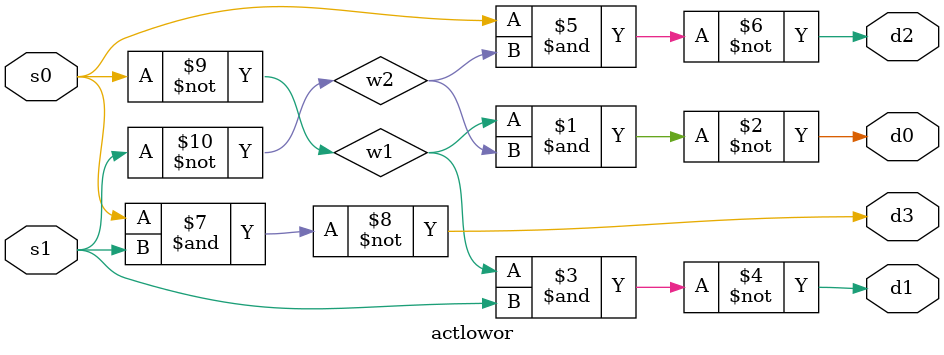
<source format=v>
`timescale 1ns / 1ps
module actlowor(input s0,
    input s1,
    output d0,
    output d1,
    output d2,
    output d3
    );
	 wire w1,w2;
	 not(w1,s0);
	 not(w2,s1);
	 nand(d0,w1,w2);
	 nand(d1,w1,s1);
	 nand(d2,s0,w2);
	 nand(d3,s0,s1);



endmodule

</source>
